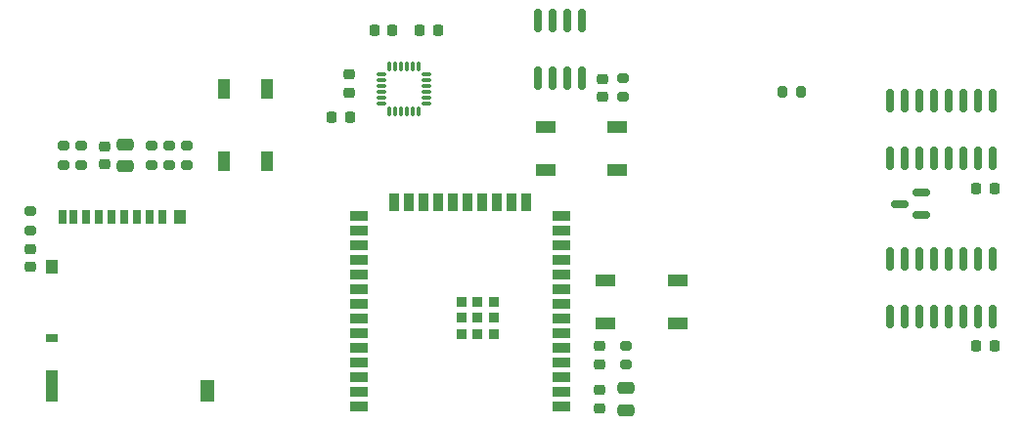
<source format=gbr>
%TF.GenerationSoftware,KiCad,Pcbnew,7.0.1*%
%TF.CreationDate,2023-04-28T21:22:04+03:00*%
%TF.ProjectId,leanometer_esp32,6c65616e-6f6d-4657-9465-725f65737033,R1*%
%TF.SameCoordinates,Original*%
%TF.FileFunction,Paste,Top*%
%TF.FilePolarity,Positive*%
%FSLAX46Y46*%
G04 Gerber Fmt 4.6, Leading zero omitted, Abs format (unit mm)*
G04 Created by KiCad (PCBNEW 7.0.1) date 2023-04-28 21:22:04*
%MOMM*%
%LPD*%
G01*
G04 APERTURE LIST*
G04 Aperture macros list*
%AMRoundRect*
0 Rectangle with rounded corners*
0 $1 Rounding radius*
0 $2 $3 $4 $5 $6 $7 $8 $9 X,Y pos of 4 corners*
0 Add a 4 corners polygon primitive as box body*
4,1,4,$2,$3,$4,$5,$6,$7,$8,$9,$2,$3,0*
0 Add four circle primitives for the rounded corners*
1,1,$1+$1,$2,$3*
1,1,$1+$1,$4,$5*
1,1,$1+$1,$6,$7*
1,1,$1+$1,$8,$9*
0 Add four rect primitives between the rounded corners*
20,1,$1+$1,$2,$3,$4,$5,0*
20,1,$1+$1,$4,$5,$6,$7,0*
20,1,$1+$1,$6,$7,$8,$9,0*
20,1,$1+$1,$8,$9,$2,$3,0*%
G04 Aperture macros list end*
%ADD10RoundRect,0.150000X0.587500X0.150000X-0.587500X0.150000X-0.587500X-0.150000X0.587500X-0.150000X0*%
%ADD11R,0.700000X1.200000*%
%ADD12R,1.000000X0.800000*%
%ADD13R,1.000000X1.200000*%
%ADD14R,1.000000X2.800000*%
%ADD15R,1.300000X1.900000*%
%ADD16RoundRect,0.150000X-0.150000X0.825000X-0.150000X-0.825000X0.150000X-0.825000X0.150000X0.825000X0*%
%ADD17RoundRect,0.250000X0.475000X-0.250000X0.475000X0.250000X-0.475000X0.250000X-0.475000X-0.250000X0*%
%ADD18R,1.800000X1.100000*%
%ADD19RoundRect,0.225000X0.250000X-0.225000X0.250000X0.225000X-0.250000X0.225000X-0.250000X-0.225000X0*%
%ADD20RoundRect,0.200000X-0.275000X0.200000X-0.275000X-0.200000X0.275000X-0.200000X0.275000X0.200000X0*%
%ADD21RoundRect,0.075000X0.350000X0.075000X-0.350000X0.075000X-0.350000X-0.075000X0.350000X-0.075000X0*%
%ADD22RoundRect,0.075000X-0.075000X0.350000X-0.075000X-0.350000X0.075000X-0.350000X0.075000X0.350000X0*%
%ADD23RoundRect,0.200000X0.275000X-0.200000X0.275000X0.200000X-0.275000X0.200000X-0.275000X-0.200000X0*%
%ADD24R,1.500000X0.900000*%
%ADD25R,0.900000X1.500000*%
%ADD26R,0.900000X0.900000*%
%ADD27RoundRect,0.225000X0.225000X0.250000X-0.225000X0.250000X-0.225000X-0.250000X0.225000X-0.250000X0*%
%ADD28RoundRect,0.200000X-0.200000X-0.275000X0.200000X-0.275000X0.200000X0.275000X-0.200000X0.275000X0*%
%ADD29RoundRect,0.225000X-0.225000X-0.250000X0.225000X-0.250000X0.225000X0.250000X-0.225000X0.250000X0*%
%ADD30RoundRect,0.225000X-0.250000X0.225000X-0.250000X-0.225000X0.250000X-0.225000X0.250000X0.225000X0*%
%ADD31R,1.100000X1.800000*%
G04 APERTURE END LIST*
D10*
%TO.C,Q1*%
X180547500Y-101052000D03*
X180547500Y-99152000D03*
X178672500Y-100102000D03*
%TD*%
D11*
%TO.C,J4*%
X114845000Y-101232000D03*
X113745000Y-101232000D03*
X112645000Y-101232000D03*
X111545000Y-101232000D03*
X110445000Y-101232000D03*
X109345000Y-101232000D03*
X108245000Y-101232000D03*
X107145000Y-101232000D03*
X106195000Y-101232000D03*
D12*
X105245000Y-111732000D03*
D13*
X105245000Y-105532000D03*
D14*
X105245000Y-115882000D03*
D13*
X116395000Y-101232000D03*
D15*
X118745000Y-116332000D03*
%TD*%
D16*
%TO.C,U4*%
X186730500Y-104897000D03*
X185460500Y-104897000D03*
X184190500Y-104897000D03*
X182920500Y-104897000D03*
X181650500Y-104897000D03*
X180380500Y-104897000D03*
X179110500Y-104897000D03*
X177840500Y-104897000D03*
X177840500Y-109847000D03*
X179110500Y-109847000D03*
X180380500Y-109847000D03*
X181650500Y-109847000D03*
X182920500Y-109847000D03*
X184190500Y-109847000D03*
X185460500Y-109847000D03*
X186730500Y-109847000D03*
%TD*%
D17*
%TO.C,C5*%
X155017000Y-117981000D03*
X155017000Y-116081000D03*
%TD*%
D18*
%TO.C,SW2*%
X159437000Y-110435000D03*
X153237000Y-110435000D03*
X159437000Y-106735000D03*
X153237000Y-106735000D03*
%TD*%
D19*
%TO.C,C17*%
X152908000Y-90818000D03*
X152908000Y-89268000D03*
%TD*%
D20*
%TO.C,R12*%
X103378000Y-100775000D03*
X103378000Y-102425000D03*
%TD*%
D21*
%TO.C,U3*%
X137713000Y-91420000D03*
X137713000Y-90920000D03*
X137713000Y-90420000D03*
X137713000Y-89920000D03*
X137713000Y-89420000D03*
X137713000Y-88920000D03*
D22*
X137013000Y-88220000D03*
X136513000Y-88220000D03*
X136013000Y-88220000D03*
X135513000Y-88220000D03*
X135013000Y-88220000D03*
X134513000Y-88220000D03*
D21*
X133813000Y-88920000D03*
X133813000Y-89420000D03*
X133813000Y-89920000D03*
X133813000Y-90420000D03*
X133813000Y-90920000D03*
X133813000Y-91420000D03*
D22*
X134513000Y-92120000D03*
X135013000Y-92120000D03*
X135513000Y-92120000D03*
X136013000Y-92120000D03*
X136513000Y-92120000D03*
X137013000Y-92120000D03*
%TD*%
D23*
%TO.C,R4*%
X155017000Y-114046000D03*
X155017000Y-112396000D03*
%TD*%
D24*
%TO.C,U2*%
X149366000Y-117699000D03*
X149366000Y-116429000D03*
X149366000Y-115159000D03*
X149366000Y-113889000D03*
X149366000Y-112619000D03*
X149366000Y-111349000D03*
X149366000Y-110079000D03*
X149366000Y-108809000D03*
X149366000Y-107539000D03*
X149366000Y-106269000D03*
X149366000Y-104999000D03*
X149366000Y-103729000D03*
X149366000Y-102459000D03*
X149366000Y-101189000D03*
D25*
X146326000Y-99939000D03*
X145056000Y-99939000D03*
X143786000Y-99939000D03*
X142516000Y-99939000D03*
X141246000Y-99939000D03*
X139976000Y-99939000D03*
X138706000Y-99939000D03*
X137436000Y-99939000D03*
X136166000Y-99939000D03*
X134896000Y-99939000D03*
D24*
X131866000Y-101189000D03*
X131866000Y-102459000D03*
X131866000Y-103729000D03*
X131866000Y-104999000D03*
X131866000Y-106269000D03*
X131866000Y-107539000D03*
X131866000Y-108809000D03*
X131866000Y-110079000D03*
X131866000Y-111349000D03*
X131866000Y-112619000D03*
X131866000Y-113889000D03*
X131866000Y-115159000D03*
X131866000Y-116429000D03*
X131866000Y-117699000D03*
D26*
X143516000Y-111379000D03*
X143516000Y-109979000D03*
X143516000Y-108579000D03*
X142116000Y-111379000D03*
X142116000Y-109979000D03*
X142116000Y-108579000D03*
X140716000Y-111379000D03*
X140716000Y-109979000D03*
X140716000Y-108579000D03*
%TD*%
D20*
%TO.C,R14*%
X106258000Y-95103000D03*
X106258000Y-96753000D03*
%TD*%
D27*
%TO.C,C14*%
X186870500Y-98746000D03*
X185320500Y-98746000D03*
%TD*%
D19*
%TO.C,C3*%
X152731000Y-113996000D03*
X152731000Y-112446000D03*
%TD*%
%TO.C,C11*%
X103378000Y-105550000D03*
X103378000Y-104000000D03*
%TD*%
D28*
%TO.C,R16*%
X168506500Y-90364000D03*
X170156500Y-90364000D03*
%TD*%
D17*
%TO.C,C7*%
X111592000Y-96878000D03*
X111592000Y-94978000D03*
%TD*%
D29*
%TO.C,C9*%
X137147000Y-85090000D03*
X138697000Y-85090000D03*
%TD*%
%TO.C,C12*%
X133210000Y-85090000D03*
X134760000Y-85090000D03*
%TD*%
D27*
%TO.C,C15*%
X186870500Y-112452000D03*
X185320500Y-112452000D03*
%TD*%
D16*
%TO.C,U5*%
X186730500Y-91191000D03*
X185460500Y-91191000D03*
X184190500Y-91191000D03*
X182920500Y-91191000D03*
X181650500Y-91191000D03*
X180380500Y-91191000D03*
X179110500Y-91191000D03*
X177840500Y-91191000D03*
X177840500Y-96141000D03*
X179110500Y-96141000D03*
X180380500Y-96141000D03*
X181650500Y-96141000D03*
X182920500Y-96141000D03*
X184190500Y-96141000D03*
X185460500Y-96141000D03*
X186730500Y-96141000D03*
%TD*%
D30*
%TO.C,C8*%
X109814000Y-95153000D03*
X109814000Y-96703000D03*
%TD*%
D20*
%TO.C,R10*%
X115402000Y-95103000D03*
X115402000Y-96753000D03*
%TD*%
%TO.C,R13*%
X107782000Y-95103000D03*
X107782000Y-96753000D03*
%TD*%
D29*
%TO.C,C13*%
X129527000Y-92583000D03*
X131077000Y-92583000D03*
%TD*%
D18*
%TO.C,SW3*%
X154230000Y-97144000D03*
X148030000Y-97144000D03*
X154230000Y-93444000D03*
X148030000Y-93444000D03*
%TD*%
D16*
%TO.C,U9*%
X151130000Y-84266000D03*
X149860000Y-84266000D03*
X148590000Y-84266000D03*
X147320000Y-84266000D03*
X147320000Y-89216000D03*
X148590000Y-89216000D03*
X149860000Y-89216000D03*
X151130000Y-89216000D03*
%TD*%
D19*
%TO.C,C10*%
X131019000Y-90457000D03*
X131019000Y-88907000D03*
%TD*%
D30*
%TO.C,C6*%
X152731000Y-116256000D03*
X152731000Y-117806000D03*
%TD*%
D31*
%TO.C,SW1*%
X123905500Y-90181500D03*
X123905500Y-96381500D03*
X120205500Y-90181500D03*
X120205500Y-96381500D03*
%TD*%
D23*
%TO.C,R33*%
X154686000Y-90868000D03*
X154686000Y-89218000D03*
%TD*%
D20*
%TO.C,R11*%
X113878000Y-95103000D03*
X113878000Y-96753000D03*
%TD*%
%TO.C,R9*%
X116926000Y-95103000D03*
X116926000Y-96753000D03*
%TD*%
M02*

</source>
